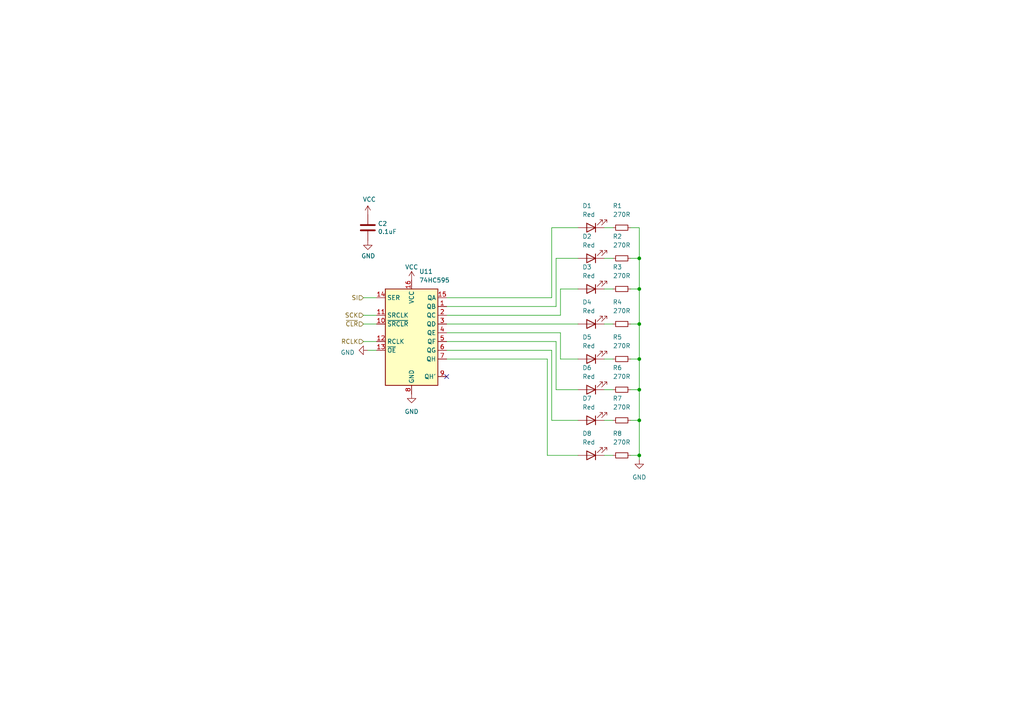
<source format=kicad_sch>
(kicad_sch (version 20230121) (generator eeschema)
  (paper "A4")
  (title_block (date "2023-11-27") (rev "A"))
  (lib_symbols
    (symbol "Device:C" (pin_numbers hide) (pin_names (offset 0.254))
      (property "Reference" "C" (at 0.635 2.54 0))
      (property "Value" "C" (at 0.635 -2.54 0))
      (symbol "C_0_1"
        (polyline (pts (xy -2.032 -0.762) (xy 2.032 -0.762)) (stroke (width 0.508)))
        (polyline (pts (xy -2.032 0.762) (xy 2.032 0.762)) (stroke (width 0.508)))
      )
      (symbol "C_1_1"
        (pin passive line (at 0 3.81 270) (length 2.794) (name "~") (number "1"))
        (pin passive line (at 0 -3.81 90) (length 2.794) (name "~") (number "2"))
      )
    )
    (symbol "Device:LED" (pin_numbers hide) (pin_names (offset 1.016) hide)
      (property "Reference" "D" (at 0 2.54 0))
      (property "Value" "LED" (at 0 -2.54 0))
      (symbol "LED_0_1"
        (polyline (pts (xy -1.27 -1.27) (xy -1.27 1.27)) (stroke (width 0.254)))
        (polyline (pts (xy -1.27 0) (xy 1.27 0)))
        (polyline (pts (xy 1.27 -1.27) (xy 1.27 1.27) (xy -1.27 0) (xy 1.27 -1.27)) (stroke (width 0.254)))
        (polyline (pts (xy -3.048 -0.762) (xy -4.572 -2.286) (xy -3.81 -2.286) (xy -4.572 -2.286) (xy -4.572 -1.524)))
        (polyline (pts (xy -1.778 -0.762) (xy -3.302 -2.286) (xy -2.54 -2.286) (xy -3.302 -2.286) (xy -3.302 -1.524)))
      )
      (symbol "LED_1_1"
        (pin passive line (at -3.81 0 0) (length 2.54) (name "K") (number "1"))
        (pin passive line (at 3.81 0 180) (length 2.54) (name "A") (number "2"))
      )
    )
    (symbol "Device:R_Small" (pin_numbers hide) (pin_names (offset 0.254) hide)
      (property "Reference" "R" (at 0.762 0.508 0))
      (property "Value" "R_Small" (at 0.762 -1.016 0))
      (symbol "R_Small_0_1"
        (rectangle (start -0.762 1.778) (end 0.762 -1.778) (stroke (width 0.2032)))
      )
      (symbol "R_Small_1_1"
        (pin passive line (at 0 2.54 270) (length 0.762) (name "~") (number "1"))
        (pin passive line (at 0 -2.54 90) (length 0.762) (name "~") (number "2"))
      )
    )
    (symbol "Turtle16:74HC595"
      (property "Reference" "U" (at -7.62 13.97 0))
      (property "Value" "74HC595" (at -7.62 -16.51 0))
      (symbol "74HC595_1_0"
        (pin tri_state line (at 10.16 7.62 180) (length 2.54) (name "QB") (number "1"))
        (pin input line (at -10.16 2.54 0) (length 2.54) (name "~{SRCLR}") (number "10"))
        (pin input line (at -10.16 5.08 0) (length 2.54) (name "SRCLK") (number "11"))
        (pin input line (at -10.16 -2.54 0) (length 2.54) (name "RCLK") (number "12"))
        (pin input line (at -10.16 -5.08 0) (length 2.54) (name "~{OE}") (number "13"))
        (pin input line (at -10.16 10.16 0) (length 2.54) (name "SER") (number "14"))
        (pin tri_state line (at 10.16 10.16 180) (length 2.54) (name "QA") (number "15"))
        (pin power_in line (at 0 15.24 270) (length 2.54) (name "VCC") (number "16"))
        (pin tri_state line (at 10.16 5.08 180) (length 2.54) (name "QC") (number "2"))
        (pin tri_state line (at 10.16 2.54 180) (length 2.54) (name "QD") (number "3"))
        (pin tri_state line (at 10.16 0 180) (length 2.54) (name "QE") (number "4"))
        (pin tri_state line (at 10.16 -2.54 180) (length 2.54) (name "QF") (number "5"))
        (pin tri_state line (at 10.16 -5.08 180) (length 2.54) (name "QG") (number "6"))
        (pin tri_state line (at 10.16 -7.62 180) (length 2.54) (name "QH") (number "7"))
        (pin power_in line (at 0 -17.78 90) (length 2.54) (name "GND") (number "8"))
        (pin output line (at 10.16 -12.7 180) (length 2.54) (name "QH'") (number "9"))
      )
      (symbol "74HC595_1_1"
        (rectangle (start -7.62 12.7) (end 7.62 -15.24) (stroke (width 0.254)) (fill (type background)))
      )
    )
    (symbol "power:GND" (power) (pin_names (offset 0))
      (property "Value" "GND" (at 0 -3.81 0))
      (symbol "GND_0_1"
        (polyline (pts (xy 0 0) (xy 0 -1.27) (xy 1.27 -1.27) (xy 0 -2.54) (xy -1.27 -1.27) (xy 0 -1.27)))
      )
      (symbol "GND_1_1"
        (pin power_in line (at 0 0 270) (length 0) hide (name "GND") (number "1"))
      )
    )
    (symbol "power:VCC" (power) (pin_names (offset 0))
      (property "Value" "VCC" (at 0 3.81 0))
      (symbol "VCC_0_1"
        (polyline (pts (xy -0.762 1.27) (xy 0 2.54)))
        (polyline (pts (xy 0 0) (xy 0 2.54)))
        (polyline (pts (xy 0 2.54) (xy 0.762 1.27)))
      )
      (symbol "VCC_1_1"
        (pin power_in line (at 0 0 90) (length 0) hide (name "VCC") (number "1"))
      )
    )
  )
  (junction (at 185.42 113.03))
  (junction (at 185.42 74.93))
  (junction (at 185.42 121.92))
  (junction (at 185.42 93.98))
  (junction (at 185.42 104.14))
  (junction (at 185.42 83.82))
  (junction (at 185.42 132.08))
  (no_connect (at 129.54 109.22))
  (wire (pts (xy 160.02 66.04) (xy 160.02 86.36)))
  (wire (pts (xy 185.42 83.82) (xy 185.42 93.98)))
  (wire (pts (xy 105.41 91.44) (xy 109.22 91.44)))
  (wire (pts (xy 182.88 113.03) (xy 185.42 113.03)))
  (wire (pts (xy 185.42 113.03) (xy 185.42 121.92)))
  (wire (pts (xy 185.42 104.14) (xy 185.42 113.03)))
  (wire (pts (xy 175.26 93.98) (xy 177.8 93.98)))
  (wire (pts (xy 161.29 113.03) (xy 167.64 113.03)))
  (wire (pts (xy 162.56 96.52) (xy 162.56 104.14)))
  (wire (pts (xy 175.26 104.14) (xy 177.8 104.14)))
  (wire (pts (xy 161.29 99.06) (xy 161.29 113.03)))
  (wire (pts (xy 182.88 66.04) (xy 185.42 66.04)))
  (wire (pts (xy 158.75 132.08) (xy 167.64 132.08)))
  (wire (pts (xy 160.02 66.04) (xy 167.64 66.04)))
  (wire (pts (xy 106.68 101.6) (xy 109.22 101.6)))
  (wire (pts (xy 160.02 86.36) (xy 129.54 86.36)))
  (wire (pts (xy 129.54 99.06) (xy 161.29 99.06)))
  (wire (pts (xy 105.41 86.36) (xy 109.22 86.36)))
  (wire (pts (xy 160.02 121.92) (xy 167.64 121.92)))
  (wire (pts (xy 185.42 66.04) (xy 185.42 74.93)))
  (wire (pts (xy 182.88 132.08) (xy 185.42 132.08)))
  (wire (pts (xy 105.41 93.98) (xy 109.22 93.98)))
  (wire (pts (xy 167.64 74.93) (xy 161.29 74.93)))
  (wire (pts (xy 129.54 101.6) (xy 160.02 101.6)))
  (wire (pts (xy 185.42 93.98) (xy 185.42 104.14)))
  (wire (pts (xy 175.26 121.92) (xy 177.8 121.92)))
  (wire (pts (xy 160.02 101.6) (xy 160.02 121.92)))
  (wire (pts (xy 105.41 99.06) (xy 109.22 99.06)))
  (wire (pts (xy 167.64 83.82) (xy 162.56 83.82)))
  (wire (pts (xy 175.26 113.03) (xy 177.8 113.03)))
  (wire (pts (xy 175.26 132.08) (xy 177.8 132.08)))
  (wire (pts (xy 162.56 104.14) (xy 167.64 104.14)))
  (wire (pts (xy 182.88 83.82) (xy 185.42 83.82)))
  (wire (pts (xy 129.54 88.9) (xy 161.29 88.9)))
  (wire (pts (xy 185.42 74.93) (xy 185.42 83.82)))
  (wire (pts (xy 129.54 93.98) (xy 167.64 93.98)))
  (wire (pts (xy 182.88 74.93) (xy 185.42 74.93)))
  (wire (pts (xy 129.54 91.44) (xy 162.56 91.44)))
  (wire (pts (xy 129.54 104.14) (xy 158.75 104.14)))
  (wire (pts (xy 175.26 74.93) (xy 177.8 74.93)))
  (wire (pts (xy 158.75 104.14) (xy 158.75 132.08)))
  (wire (pts (xy 185.42 121.92) (xy 185.42 132.08)))
  (wire (pts (xy 162.56 91.44) (xy 162.56 83.82)))
  (wire (pts (xy 129.54 96.52) (xy 162.56 96.52)))
  (wire (pts (xy 182.88 104.14) (xy 185.42 104.14)))
  (wire (pts (xy 175.26 66.04) (xy 177.8 66.04)))
  (wire (pts (xy 161.29 74.93) (xy 161.29 88.9)))
  (wire (pts (xy 182.88 93.98) (xy 185.42 93.98)))
  (wire (pts (xy 175.26 83.82) (xy 177.8 83.82)))
  (wire (pts (xy 182.88 121.92) (xy 185.42 121.92)))
  (wire (pts (xy 185.42 132.08) (xy 185.42 133.35)))
  (hierarchical_label "~{CLR}" (shape input) (at 105.41 93.98 180))
  (hierarchical_label "SCK" (shape input) (at 105.41 91.44 180))
  (hierarchical_label "SI" (shape input) (at 105.41 86.36 180))
  (hierarchical_label "RCLK" (shape input) (at 105.41 99.06 180))
  (symbol (lib_id "Device:LED") (at 171.45 132.08 180) (unit 1)
    (property "Reference" "D8" (at 168.91 125.73 0) (effects (justify right)))
    (property "Value" "Red" (at 168.91 128.27 0) (effects (justify right)))
    (property "Footprint" "LED_SMD:LED_0805_2012Metric" (effects hide))
    (property "Datasheet" "https://www.mouser.com/datasheet/2/216/ap2012serieskb-1173158.pdf" (effects hide))
    (property "Manufacturer" "Kingbright" (effects hide))
    (property "Manufacturer#" "AP2012ID" (effects hide))
    (property "Mouser#" "604-AP2012ID" (effects hide))
    (property "Digikey#" "754-AP2012ECCT-ND" (effects hide))
  )
  (symbol (lib_id "Device:R_Small") (at 180.34 132.08 90) (unit 1)
    (property "Reference" "R8" (at 179.07 125.73 90))
    (property "Value" "270R" (at 180.34 128.27 90))
    (property "Footprint" "Resistor_SMD:R_0603_1608Metric" (effects hide))
    (property "Datasheet" "https://www.mouser.com/datasheet/2/54/cr-1858361.pdf" (effects hide))
    (property "Manufacturer" "Bourns" (effects hide))
    (property "Manufacturer#" "CR0603-FX-2700ELF" (effects hide))
    (property "Mouser#" "652-CR0603FX-2700ELF" (effects hide))
    (property "Digikey#" "CR0603-FX-2700ELFCT-ND" (effects hide))
  )
  (symbol (lib_id "Device:LED") (at 171.45 113.03 180) (unit 1)
    (property "Reference" "D6" (at 168.91 106.68 0) (effects (justify right)))
    (property "Value" "Red" (at 168.91 109.22 0) (effects (justify right)))
    (property "Footprint" "LED_SMD:LED_0805_2012Metric" (effects hide))
    (property "Datasheet" "https://www.mouser.com/datasheet/2/216/ap2012serieskb-1173158.pdf" (effects hide))
    (property "Manufacturer" "Kingbright" (effects hide))
    (property "Manufacturer#" "AP2012ID" (effects hide))
    (property "Mouser#" "604-AP2012ID" (effects hide))
    (property "Digikey#" "754-AP2012ECCT-ND" (effects hide))
  )
  (symbol (lib_id "power:GND") (at 185.42 133.35 0) (unit 1)
    (property "Reference" "#PWR015" (effects hide))
    (property "Value" "GND" (at 185.42 138.43 0))
  )
  (symbol (lib_id "Device:R_Small") (at 180.34 74.93 90) (unit 1)
    (property "Reference" "R2" (at 179.07 68.58 90))
    (property "Value" "270R" (at 180.34 71.12 90))
    (property "Footprint" "Resistor_SMD:R_0603_1608Metric" (effects hide))
    (property "Datasheet" "https://www.mouser.com/datasheet/2/54/cr-1858361.pdf" (effects hide))
    (property "Manufacturer" "Bourns" (effects hide))
    (property "Manufacturer#" "CR0603-FX-2700ELF" (effects hide))
    (property "Mouser#" "652-CR0603FX-2700ELF" (effects hide))
    (property "Digikey#" "CR0603-FX-2700ELFCT-ND" (effects hide))
  )
  (symbol (lib_id "power:VCC") (at 106.68 62.23 0) (unit 1)
    (property "Reference" "#PWR010" (effects hide))
    (property "Value" "VCC" (at 107.1118 57.8358 0))
    (instances (project "ProcessorBoardTestFixture" (path "" (reference "#PWR010") (unit 1))) (project "Memory" (path "" (reference "#PWR0381") (unit 1))))
  )
  (symbol (lib_id "Device:R_Small") (at 180.34 93.98 90) (unit 1)
    (property "Reference" "R4" (at 179.07 87.63 90))
    (property "Value" "270R" (at 180.34 90.17 90))
    (property "Footprint" "Resistor_SMD:R_0603_1608Metric" (effects hide))
    (property "Datasheet" "https://www.mouser.com/datasheet/2/54/cr-1858361.pdf" (effects hide))
    (property "Manufacturer" "Bourns" (effects hide))
    (property "Manufacturer#" "CR0603-FX-2700ELF" (effects hide))
    (property "Mouser#" "652-CR0603FX-2700ELF" (effects hide))
    (property "Digikey#" "CR0603-FX-2700ELFCT-ND" (effects hide))
  )
  (symbol (lib_id "Device:R_Small") (at 180.34 66.04 90) (unit 1)
    (property "Reference" "R1" (at 179.07 59.69 90))
    (property "Value" "270R" (at 180.34 62.23 90))
    (property "Footprint" "Resistor_SMD:R_0603_1608Metric" (effects hide))
    (property "Datasheet" "https://www.mouser.com/datasheet/2/54/cr-1858361.pdf" (effects hide))
    (property "Manufacturer" "Bourns" (effects hide))
    (property "Manufacturer#" "CR0603-FX-2700ELF" (effects hide))
    (property "Mouser#" "652-CR0603FX-2700ELF" (effects hide))
    (property "Digikey#" "CR0603-FX-2700ELFCT-ND" (effects hide))
  )
  (symbol (lib_id "Device:LED") (at 171.45 93.98 180) (unit 1)
    (property "Reference" "D4" (at 168.91 87.63 0) (effects (justify right)))
    (property "Value" "Red" (at 168.91 90.17 0) (effects (justify right)))
    (property "Footprint" "LED_SMD:LED_0805_2012Metric" (effects hide))
    (property "Datasheet" "https://www.mouser.com/datasheet/2/216/ap2012serieskb-1173158.pdf" (effects hide))
    (property "Manufacturer" "Kingbright" (effects hide))
    (property "Manufacturer#" "AP2012ID" (effects hide))
    (property "Mouser#" "604-AP2012ID" (effects hide))
    (property "Digikey#" "754-AP2012ECCT-ND" (effects hide))
  )
  (symbol (lib_id "Device:LED") (at 171.45 104.14 180) (unit 1)
    (property "Reference" "D5" (at 168.91 97.79 0) (effects (justify right)))
    (property "Value" "Red" (at 168.91 100.33 0) (effects (justify right)))
    (property "Footprint" "LED_SMD:LED_0805_2012Metric" (effects hide))
    (property "Datasheet" "https://www.mouser.com/datasheet/2/216/ap2012serieskb-1173158.pdf" (effects hide))
    (property "Manufacturer" "Kingbright" (effects hide))
    (property "Manufacturer#" "AP2012ID" (effects hide))
    (property "Mouser#" "604-AP2012ID" (effects hide))
    (property "Digikey#" "754-AP2012ECCT-ND" (effects hide))
  )
  (symbol (lib_id "Device:LED") (at 171.45 74.93 180) (unit 1)
    (property "Reference" "D2" (at 168.91 68.58 0) (effects (justify right)))
    (property "Value" "Red" (at 168.91 71.12 0) (effects (justify right)))
    (property "Footprint" "LED_SMD:LED_0805_2012Metric" (effects hide))
    (property "Datasheet" "https://www.mouser.com/datasheet/2/216/ap2012serieskb-1173158.pdf" (effects hide))
    (property "Manufacturer" "Kingbright" (effects hide))
    (property "Manufacturer#" "AP2012ID" (effects hide))
    (property "Mouser#" "604-AP2012ID" (effects hide))
    (property "Digikey#" "754-AP2012ECCT-ND" (effects hide))
  )
  (symbol (lib_id "Device:R_Small") (at 180.34 83.82 90) (unit 1)
    (property "Reference" "R3" (at 179.07 77.47 90))
    (property "Value" "270R" (at 180.34 80.01 90))
    (property "Footprint" "Resistor_SMD:R_0603_1608Metric" (effects hide))
    (property "Datasheet" "https://www.mouser.com/datasheet/2/54/cr-1858361.pdf" (effects hide))
    (property "Manufacturer" "Bourns" (effects hide))
    (property "Manufacturer#" "CR0603-FX-2700ELF" (effects hide))
    (property "Mouser#" "652-CR0603FX-2700ELF" (effects hide))
    (property "Digikey#" "CR0603-FX-2700ELFCT-ND" (effects hide))
  )
  (symbol (lib_id "Device:LED") (at 171.45 121.92 180) (unit 1)
    (property "Reference" "D7" (at 168.91 115.57 0) (effects (justify right)))
    (property "Value" "Red" (at 168.91 118.11 0) (effects (justify right)))
    (property "Footprint" "LED_SMD:LED_0805_2012Metric" (effects hide))
    (property "Datasheet" "https://www.mouser.com/datasheet/2/216/ap2012serieskb-1173158.pdf" (effects hide))
    (property "Manufacturer" "Kingbright" (effects hide))
    (property "Manufacturer#" "AP2012ID" (effects hide))
    (property "Mouser#" "604-AP2012ID" (effects hide))
    (property "Digikey#" "754-AP2012ECCT-ND" (effects hide))
  )
  (symbol (lib_id "Device:R_Small") (at 180.34 113.03 90) (unit 1)
    (property "Reference" "R6" (at 179.07 106.68 90))
    (property "Value" "270R" (at 180.34 109.22 90))
    (property "Footprint" "Resistor_SMD:R_0603_1608Metric" (effects hide))
    (property "Datasheet" "https://www.mouser.com/datasheet/2/54/cr-1858361.pdf" (effects hide))
    (property "Manufacturer" "Bourns" (effects hide))
    (property "Manufacturer#" "CR0603-FX-2700ELF" (effects hide))
    (property "Mouser#" "652-CR0603FX-2700ELF" (effects hide))
    (property "Digikey#" "CR0603-FX-2700ELFCT-ND" (effects hide))
  )
  (symbol (lib_id "power:GND") (at 119.38 114.3 0) (unit 1)
    (property "Reference" "#PWR014" (effects hide))
    (property "Value" "GND" (at 119.38 119.38 0))
  )
  (symbol (lib_id "power:VCC") (at 119.38 81.28 0) (unit 1)
    (property "Reference" "#PWR013" (effects hide))
    (property "Value" "VCC" (at 119.38 77.47 0))
  )
  (symbol (lib_id "Device:C") (at 106.68 66.04 0) (unit 1)
    (property "Reference" "C2" (at 109.601 64.8716 0) (effects (justify left)))
    (property "Value" "0.1uF" (at 109.601 67.183 0) (effects (justify left)))
    (property "Footprint" "Capacitor_SMD:C_0603_1608Metric" (effects hide))
    (property "Datasheet" "https://www.mouser.com/datasheet/2/396/taiyo_yuden_12132018_mlcc11_hq_e-1510082.pdf" (effects hide))
    (property "Manufacturer" "Taiyo Yuden" (effects hide))
    (property "Manufacturer#" "EMK107B7104KAHT" (effects hide))
    (property "Mouser#" "963-EMK107B7104KAHT" (effects hide))
    (property "Digikey#" "587-6004-1-ND" (effects hide))
    (instances (project "ProcessorBoardTestFixture" (path "" (reference "C2") (unit 1))) (project "Memory" (path "" (reference "C65") (unit 1))))
  )
  (symbol (lib_id "Device:LED") (at 171.45 66.04 180) (unit 1)
    (property "Reference" "D1" (at 168.91 59.69 0) (effects (justify right)))
    (property "Value" "Red" (at 168.91 62.23 0) (effects (justify right)))
    (property "Footprint" "LED_SMD:LED_0805_2012Metric" (effects hide))
    (property "Datasheet" "https://www.mouser.com/datasheet/2/216/ap2012serieskb-1173158.pdf" (effects hide))
    (property "Manufacturer" "Kingbright" (effects hide))
    (property "Manufacturer#" "AP2012ID" (effects hide))
    (property "Mouser#" "604-AP2012ID" (effects hide))
    (property "Digikey#" "754-AP2012ECCT-ND" (effects hide))
  )
  (symbol (lib_id "Turtle16:74HC595") (at 119.38 96.52 0) (unit 1)
    (property "Reference" "U11" (at 121.5741 78.74 0) (effects (justify left)))
    (property "Value" "74HC595" (at 121.5741 81.28 0) (effects (justify left)))
    (property "Footprint" "Package_SO:TSSOP-16_4.4x5mm_P0.65mm" (effects hide))
    (property "Datasheet" "https://www.mouser.com/datasheet/2/916/74HC_HCT595_Q100-2937391.pdf" (effects hide))
    (property "Manufacturer" "Nexperia" (effects hide))
    (property "Manufacturer#" "74HC595PW-Q100,118" (effects hide))
    (property "Mouser#" "771-74HC595PW-Q100" (effects hide))
    (property "Digikey#" "1727-1012-1-ND" (effects hide))
    (instances (project "ProcessorBoardTestFixture" (path "" (reference "U11") (unit 1)) (path "" (reference "U3") (unit 1)) (path "" (reference "U10") (unit 1))))
  )
  (symbol (lib_id "power:GND") (at 106.68 101.6 270) (unit 1)
    (property "Reference" "#PWR012" (effects hide))
    (property "Value" "GND" (at 102.87 102.235 90) (effects (justify right)))
  )
  (symbol (lib_id "power:GND") (at 106.68 69.85 0) (unit 1)
    (property "Reference" "#PWR011" (effects hide))
    (property "Value" "GND" (at 106.807 74.2442 0))
    (instances (project "ProcessorBoardTestFixture" (path "" (reference "#PWR011") (unit 1))) (project "Memory" (path "" (reference "#PWR0382") (unit 1))))
  )
  (symbol (lib_id "Device:R_Small") (at 180.34 104.14 90) (unit 1)
    (property "Reference" "R5" (at 179.07 97.79 90))
    (property "Value" "270R" (at 180.34 100.33 90))
    (property "Footprint" "Resistor_SMD:R_0603_1608Metric" (effects hide))
    (property "Datasheet" "https://www.mouser.com/datasheet/2/54/cr-1858361.pdf" (effects hide))
    (property "Manufacturer" "Bourns" (effects hide))
    (property "Manufacturer#" "CR0603-FX-2700ELF" (effects hide))
    (property "Mouser#" "652-CR0603FX-2700ELF" (effects hide))
    (property "Digikey#" "CR0603-FX-2700ELFCT-ND" (effects hide))
  )
  (symbol (lib_id "Device:LED") (at 171.45 83.82 180) (unit 1)
    (property "Reference" "D3" (at 168.91 77.47 0) (effects (justify right)))
    (property "Value" "Red" (at 168.91 80.01 0) (effects (justify right)))
    (property "Footprint" "LED_SMD:LED_0805_2012Metric" (effects hide))
    (property "Datasheet" "https://www.mouser.com/datasheet/2/216/ap2012serieskb-1173158.pdf" (effects hide))
    (property "Manufacturer" "Kingbright" (effects hide))
    (property "Manufacturer#" "AP2012ID" (effects hide))
    (property "Mouser#" "604-AP2012ID" (effects hide))
    (property "Digikey#" "754-AP2012ECCT-ND" (effects hide))
  )
  (symbol (lib_id "Device:R_Small") (at 180.34 121.92 90) (unit 1)
    (property "Reference" "R7" (at 179.07 115.57 90))
    (property "Value" "270R" (at 180.34 118.11 90))
    (property "Footprint" "Resistor_SMD:R_0603_1608Metric" (effects hide))
    (property "Datasheet" "https://www.mouser.com/datasheet/2/54/cr-1858361.pdf" (effects hide))
    (property "Manufacturer" "Bourns" (effects hide))
    (property "Manufacturer#" "CR0603-FX-2700ELF" (effects hide))
    (property "Mouser#" "652-CR0603FX-2700ELF" (effects hide))
    (property "Digikey#" "CR0603-FX-2700ELFCT-ND" (effects hide))
  )
)
</source>
